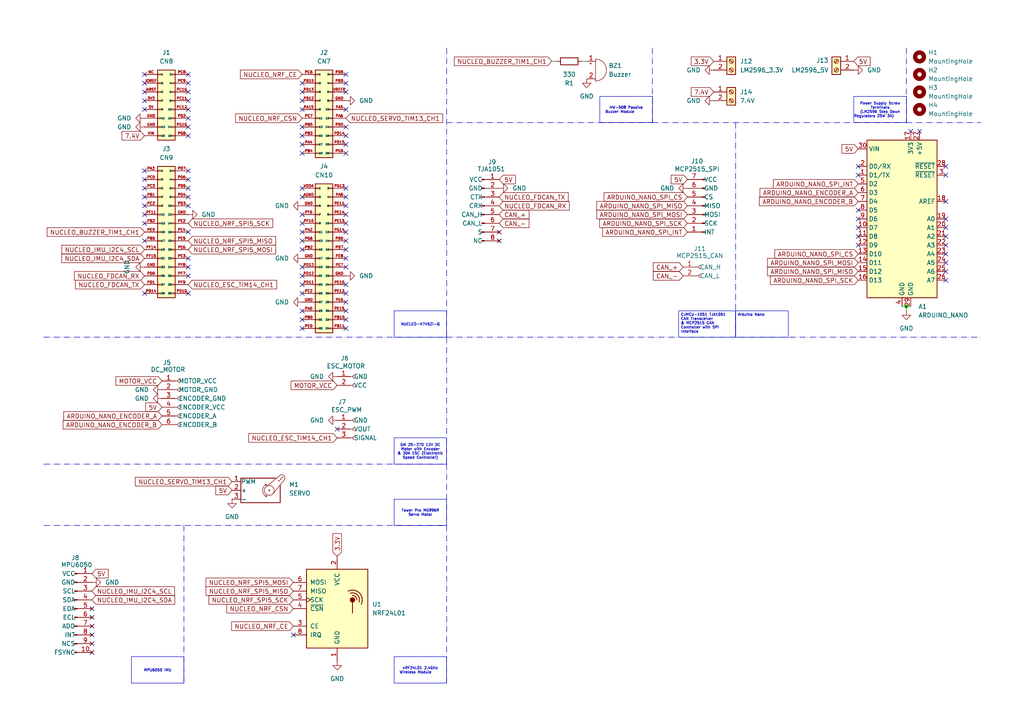
<source format=kicad_sch>
(kicad_sch (version 20231120) (generator "eeschema") (generator_version "8.0")
  (paper "A4")
  (title_block (title "John Deere Tractor Navigation System") (date "2024-12-26") (company "ITESM"))
  (lib_symbols
    (symbol "Conn_01x02_Socket_1" (pin_names (offset 1.016))
      (property "Reference" "J11" (at -2.032 5.334 0))
      (property "Value" "MCP2515_CAN" (at -7.112 3.302 0))
      (symbol "Conn_01x02_Socket_1_1_1"
        (pin output line (at -5.08 0 0) (length 3.81) (name "CAN_H") (number "1"))
        (pin output line (at -5.08 -2.54 0) (length 3.81) (name "CAN_L") (number "2"))
      )
    )
    (symbol "Conn_01x03_Socket_1" (pin_names (offset 1.016))
      (property "Reference" "J7" (at -4.826 7.874 0))
      (property "Value" "ESC_PWM" (at -6.858 5.588 0))
      (symbol "Conn_01x03_Socket_1_1_1"
        (pin passive line (at -5.08 2.54 0) (length 3.81) (name "GND") (number "1"))
        (pin power_in line (at -5.08 0 0) (length 3.81) (name "VOUT") (number "2"))
        (pin output line (at -5.08 -2.54 0) (length 3.81) (name "SIGNAL") (number "3"))
      )
    )
    (symbol "Connector:Conn_01x02_Socket" (pin_names (offset 1.016))
      (property "Reference" "J6" (at -4.064 5.334 0))
      (property "Value" "ESC_MOTOR" (at -8.128 3.048 0))
      (symbol "Conn_01x02_Socket_1_1"
        (pin passive line (at -5.08 0 0) (length 3.81) (name "GND") (number "1"))
        (pin power_in line (at -5.08 -2.54 0) (length 3.81) (name "VCC") (number "2"))
      )
    )
    (symbol "Connector:Conn_01x06_Socket" (pin_names (offset 1.016))
      (property "Reference" "J5" (at -4.826 10.414 0))
      (property "Value" "DC_MOTOR" (at -8.382 8.382 0))
      (symbol "Conn_01x06_Socket_1_1"
        (pin power_out line (at -5.08 5.08 0) (length 3.81) (name "MOTOR_VCC") (number "1"))
        (pin passive line (at -5.08 2.54 0) (length 3.81) (name "MOTOR_GND") (number "2"))
        (pin passive line (at -5.08 0 0) (length 3.81) (name "ENCODER_GND") (number "3"))
        (pin power_out line (at -5.08 -2.54 0) (length 3.81) (name "ENCODER_VCC") (number "4"))
        (pin input line (at -5.08 -5.08 0) (length 3.81) (name "ENCODER_A") (number "5"))
        (pin input line (at -5.08 -7.62 0) (length 3.81) (name "ENCODER_B") (number "6"))
      )
    )
    (symbol "Connector:Conn_01x07_Pin" (pin_names (offset 1.016))
      (property "Reference" "J10" (at 2.286 -12.954 0))
      (property "Value" "MCP2515_SPI" (at 2.286 -10.668 0))
      (symbol "Conn_01x07_Pin_1_1"
        (pin input line (at 5.08 7.62 180) (length 3.81) (name "INT") (number "1"))
        (pin input line (at 5.08 5.08 180) (length 3.81) (name "SCK") (number "2"))
        (pin output line (at 5.08 2.54 180) (length 3.81) (name "MOSI") (number "3"))
        (pin input line (at 5.08 0 180) (length 3.81) (name "MISO") (number "4"))
        (pin input line (at 5.08 -2.54 180) (length 3.81) (name "CS") (number "5"))
        (pin passive line (at 5.08 -5.08 180) (length 3.81) (name "GND") (number "6"))
        (pin power_out line (at 5.08 -7.62 180) (length 3.81) (name "VCC") (number "7"))
      )
    )
    (symbol "Connector:Conn_01x08_Pin" (pin_names (offset 1.016))
      (property "Reference" "J9" (at 3.048 12.7 0))
      (property "Value" "CJMCU-1051" (at 2.794 10.668 0))
      (symbol "Conn_01x08_Pin_1_1"
        (pin power_out line (at 5.08 7.62 180) (length 3.81) (name "VCC") (number "1"))
        (pin passive line (at 5.08 5.08 180) (length 3.81) (name "GND") (number "2"))
        (pin output line (at 5.08 2.54 180) (length 3.81) (name "CTX") (number "3"))
        (pin output line (at 5.08 0 180) (length 3.81) (name "CRX") (number "4"))
        (pin input line (at 5.08 -2.54 180) (length 3.81) (name "CAN_H") (number "5"))
        (pin input line (at 5.08 -5.08 180) (length 3.81) (name "CAN_L") (number "6"))
        (pin no_connect line (at 5.08 -7.62 180) (length 3.81) (name "S") (number "7"))
        (pin no_connect line (at 5.08 -10.16 180) (length 3.81) (name "NC") (number "8"))
      )
    )
    (symbol "Connector:Conn_01x10_Pin" (pin_names (offset 1.016))
      (property "Reference" "J8" (at 0.254 14.732 0))
      (property "Value" "MPU6050" (at 0.635 12.7 0))
      (symbol "Conn_01x10_Pin_1_1"
        (pin power_out line (at 5.08 10.16 180) (length 3.81) (name "VCC") (number "1"))
        (pin no_connect line (at 5.08 -12.7 180) (length 3.81) (name "FSYNC") (number "10"))
        (pin passive line (at 5.08 7.62 180) (length 3.81) (name "GND") (number "2"))
        (pin output line (at 5.08 5.08 180) (length 3.81) (name "SCL") (number "3"))
        (pin output line (at 5.08 2.54 180) (length 3.81) (name "SDA") (number "4"))
        (pin no_connect line (at 5.08 0 180) (length 3.81) (name "EDA") (number "5"))
        (pin no_connect line (at 5.08 -2.54 180) (length 3.81) (name "ECL") (number "6"))
        (pin no_connect line (at 5.08 -5.08 180) (length 3.81) (name "ADO") (number "7"))
        (pin no_connect line (at 5.08 -7.62 180) (length 3.81) (name "INT") (number "8"))
        (pin no_connect line (at 5.08 -10.16 180) (length 3.81) (name "NCS") (number "9"))
      )
    )
    (symbol "Connector:Screw_Terminal_01x02" (pin_names (offset 1.016) hide)
      (property "Reference" "J13" (at 4.064 0.254 0))
      (property "Value" "LM2596_5V" (at 7.62 -2.54 0))
      (symbol "Screw_Terminal_01x02_1_1"
        (pin power_out line (at -5.08 0 0) (length 3.81) (name "Pin_1") (number "1"))
        (pin passive line (at -5.08 -2.54 0) (length 3.81) (name "Pin_2") (number "2"))
      )
    )
    (symbol "Connector_Generic:Conn_02x08_Row_Letter_First" (pin_names (offset 1.016))
      (property "Reference" "J1" (at 1.27 13.97 0))
      (property "Value" "CN8" (at 1.27 11.43 0))
      (symbol "Conn_02x08_Row_Letter_First_1_1"
        (pin power_out line (at -5.08 0 0) (length 3.81) (name "7") (number "3V3"))
        (pin power_out line (at -5.08 -2.54 0) (length 3.81) (name "9") (number "5V"))
        (pin passive line (at -5.08 -5.08 0) (length 3.81) (name "11") (number "GND"))
        (pin passive line (at -5.08 -7.62 0) (length 3.81) (name "13") (number "GND"))
        (pin passive line (at -5.08 5.08 0) (length 3.81) (name "3") (number "IOREF"))
        (pin passive line (at -5.08 7.62 0) (length 3.81) (name "1") (number "NC"))
        (pin passive line (at -5.08 2.54 0) (length 3.81) (name "5") (number "NRST"))
        (pin passive line (at 7.62 2.54 180) (length 3.81) (name "6") (number "PC10"))
        (pin passive line (at 7.62 0 180) (length 3.81) (name "8") (number "PC11"))
        (pin passive line (at 7.62 -2.54 180) (length 3.81) (name "10") (number "PC12"))
        (pin passive line (at 7.62 7.62 180) (length 3.81) (name "2") (number "PC8"))
        (pin passive line (at 7.62 5.08 180) (length 3.81) (name "4") (number "PC9"))
        (pin passive line (at 7.62 -5.08 180) (length 3.81) (name "12") (number "PD2"))
        (pin passive line (at 7.62 -7.62 180) (length 3.81) (name "14") (number "PG10"))
        (pin passive line (at 7.62 -10.16 180) (length 3.81) (name "16") (number "PG8"))
        (pin power_in line (at -5.08 -10.16 0) (length 3.81) (name "15") (number "VIN"))
      )
    )
    (symbol "Connector_Generic:Conn_02x10_Row_Letter_First" (pin_names (offset 1.016))
      (property "Reference" "J2" (at 1.27 16.51 0))
      (property "Value" "CN7" (at 1.27 13.97 0))
      (symbol "Conn_02x10_Row_Letter_First_1_1"
        (pin passive line (at 7.62 2.54 180) (length 3.81) (name "8") (number "GND"))
        (pin passive line (at -5.08 0 0) (length 3.81) (name "9") (number "PA15"))
        (pin passive line (at -5.08 -10.16 0) (length 3.81) (name "17") (number "PA4"))
        (pin passive line (at 7.62 0 180) (length 3.81) (name "10") (number "PA5"))
        (pin passive line (at 7.62 -2.54 180) (length 3.81) (name "12") (number "PA6"))
        (pin passive line (at -5.08 2.54 0) (length 3.81) (name "7") (number "PB12"))
        (pin passive line (at -5.08 5.08 0) (length 3.81) (name "5") (number "PB13"))
        (pin passive line (at -5.08 7.62 0) (length 3.81) (name "3") (number "PB15"))
        (pin passive line (at -5.08 -7.62 0) (length 3.81) (name "15") (number "PB3"))
        (pin passive line (at -5.08 -12.7 0) (length 3.81) (name "19") (number "PB4"))
        (pin passive line (at -5.08 -5.08 0) (length 3.81) (name "13") (number "PB5"))
        (pin passive line (at 7.62 -5.08 180) (length 3.81) (name "14") (number "PB5"))
        (pin passive line (at 7.62 10.16 180) (length 3.81) (name "2") (number "PB8"))
        (pin passive line (at 7.62 7.62 180) (length 3.81) (name "4") (number "PB9"))
        (pin passive line (at -5.08 10.16 0) (length 3.81) (name "1") (number "PC6"))
        (pin passive line (at -5.08 -2.54 0) (length 3.81) (name "11") (number "PC7"))
        (pin passive line (at 7.62 -7.62 180) (length 3.81) (name "16") (number "PD14"))
        (pin passive line (at 7.62 -10.16 180) (length 3.81) (name "18") (number "PD15"))
        (pin passive line (at 7.62 -12.7 180) (length 3.81) (name "20") (number "PG9"))
        (pin passive line (at 7.62 5.08 180) (length 3.81) (name "6") (number "VREFP"))
      )
    )
    (symbol "Connector_Generic:Conn_02x15_Row_Letter_First" (pin_names (offset 1.016))
      (property "Reference" "J3" (at 1.27 24.13 0))
      (property "Value" "CN9" (at 1.27 21.59 0))
      (symbol "Conn_02x15_Row_Letter_First_1_1"
        (pin passive line (at 7.62 5.08 180) (length 3.81) (name "12") (number "GND"))
        (pin passive line (at -5.08 -10.16 0) (length 3.81) (name "23") (number "GND"))
        (pin passive line (at -5.08 17.78 0) (length 3.81) (name "1") (number "PA3"))
        (pin passive line (at -5.08 10.16 0) (length 3.81) (name "7") (number "PB1"))
        (pin passive line (at -5.08 -17.78 0) (length 3.81) (name "29") (number "PB14"))
        (pin passive line (at -5.08 2.54 0) (length 3.81) (name "13") (number "PB2"))
        (pin passive line (at -5.08 -2.54 0) (length 3.81) (name "17") (number "PB5"))
        (pin passive line (at -5.08 15.24 0) (length 3.81) (name "3") (number "PC0"))
        (pin passive line (at -5.08 7.62 0) (length 3.81) (name "9") (number "PC2"))
        (pin passive line (at -5.08 12.7 0) (length 3.81) (name "5") (number "PC3"))
        (pin passive line (at -5.08 -12.7 0) (length 3.81) (name "25") (number "PD0"))
        (pin passive line (at -5.08 -15.24 0) (length 3.81) (name "27") (number "PD1"))
        (pin passive line (at 7.62 -17.78 180) (length 3.81) (name "30") (number "PD10"))
        (pin passive line (at 7.62 7.62 180) (length 3.81) (name "10") (number "PD3"))
        (pin passive line (at 7.62 10.16 180) (length 3.81) (name "8") (number "PD4"))
        (pin passive line (at 7.62 12.7 180) (length 3.81) (name "6") (number "PD5"))
        (pin passive line (at 7.62 15.24 180) (length 3.81) (name "4") (number "PD6"))
        (pin passive line (at 7.62 17.78 180) (length 3.81) (name "2") (number "PD7"))
        (pin passive line (at 7.62 2.54 180) (length 3.81) (name "14") (number "PE2"))
        (pin passive line (at 7.62 -7.62 180) (length 3.81) (name "22") (number "PE3"))
        (pin passive line (at 7.62 0 180) (length 3.81) (name "16") (number "PE4"))
        (pin passive line (at 7.62 -2.54 180) (length 3.81) (name "18") (number "PE5"))
        (pin passive line (at 7.62 -5.08 180) (length 3.81) (name "20") (number "PE6"))
        (pin passive line (at -5.08 0 0) (length 3.81) (name "15") (number "PE9"))
        (pin passive line (at -5.08 5.08 0) (length 3.81) (name "11") (number "PF11"))
        (pin passive line (at -5.08 -5.08 0) (length 3.81) (name "19") (number "PF14"))
        (pin passive line (at -5.08 -7.62 0) (length 3.81) (name "21") (number "PF15"))
        (pin passive line (at 7.62 -12.7 180) (length 3.81) (name "26") (number "PF7"))
        (pin passive line (at 7.62 -10.16 180) (length 3.81) (name "24") (number "PF8"))
        (pin passive line (at 7.62 -15.24 180) (length 3.81) (name "28") (number "PF9"))
      )
    )
    (symbol "Connector_Generic:Conn_02x17_Row_Letter_First" (pin_names (offset 1.016))
      (property "Reference" "J4" (at 1.27 26.67 0))
      (property "Value" "CN10" (at 1.27 24.13 0))
      (symbol "Conn_02x17_Row_Letter_First_1_1"
        (pin passive line (at -5.08 17.78 0) (length 3.81) (name "3") (number "AGND"))
        (pin passive line (at -5.08 0 0) (length 3.81) (name "17") (number "GND"))
        (pin passive line (at 7.62 -5.08 180) (length 3.81) (name "22") (number "GND"))
        (pin passive line (at -5.08 -12.7 0) (length 3.81) (name "27") (number "GND"))
        (pin passive line (at -5.08 15.24 0) (length 3.81) (name "5") (number "GND"))
        (pin passive line (at -5.08 -15.24 0) (length 3.81) (name "29") (number "PA0"))
        (pin passive line (at -5.08 7.62 0) (length 3.81) (name "11") (number "PA2"))
        (pin passive line (at 7.62 17.78 180) (length 3.81) (name "4") (number "PA8"))
        (pin passive line (at -5.08 -17.78 0) (length 3.81) (name "31") (number "PB0"))
        (pin passive line (at 7.62 -17.78 180) (length 3.81) (name "32") (number "PB10"))
        (pin passive line (at 7.62 -20.32 180) (length 3.81) (name "34") (number "PB11"))
        (pin passive line (at -5.08 2.54 0) (length 3.81) (name "15") (number "PB2"))
        (pin passive line (at 7.62 5.08 180) (length 3.81) (name "14") (number "PB6"))
        (pin passive line (at 7.62 2.54 180) (length 3.81) (name "16") (number "PB7"))
        (pin passive line (at -5.08 -7.62 0) (length 3.81) (name "23") (number "PD11"))
        (pin passive line (at -5.08 -5.08 0) (length 3.81) (name "21") (number "PD12"))
        (pin passive line (at -5.08 -2.54 0) (length 3.81) (name "19") (number "PD13"))
        (pin passive line (at -5.08 -20.32 0) (length 3.81) (name "33") (number "PE0"))
        (pin passive line (at 7.62 -7.62 180) (length 3.81) (name "24") (number "PE10"))
        (pin passive line (at 7.62 15.24 180) (length 3.81) (name "6") (number "PE11"))
        (pin passive line (at 7.62 -10.16 180) (length 3.81) (name "26") (number "PE12"))
        (pin passive line (at 7.62 10.16 180) (length 3.81) (name "10") (number "PE13"))
        (pin passive line (at 7.62 12.7 180) (length 3.81) (name "8") (number "PE14"))
        (pin passive line (at 7.62 -15.24 180) (length 3.81) (name "30") (number "PE15"))
        (pin passive line (at -5.08 -10.16 0) (length 3.81) (name "25") (number "PE2"))
        (pin passive line (at 7.62 -12.7 180) (length 3.81) (name "28") (number "PE6"))
        (pin passive line (at 7.62 -2.54 180) (length 3.81) (name "20") (number "PE7"))
        (pin passive line (at 7.62 0 180) (length 3.81) (name "18") (number "PE8"))
        (pin passive line (at -5.08 10.16 0) (length 3.81) (name "9") (number "PF10"))
        (pin passive line (at -5.08 12.7 0) (length 3.81) (name "7") (number "PF6"))
        (pin passive line (at 7.62 20.32 180) (length 3.81) (name "2") (number "PG12"))
        (pin passive line (at 7.62 7.62 180) (length 3.81) (name "12") (number "PG14"))
        (pin passive line (at -5.08 5.08 0) (length 3.81) (name "13") (number "PG6"))
        (pin passive line (at -5.08 20.32 0) (length 3.81) (name "1") (number "VDDA"))
      )
    )
    (symbol "Device:Buzzer" (pin_names (offset 0.0254) hide)
      (property "Reference" "BZ1" (at 3.81 1.2701 0))
      (property "Value" "Buzzer" (at 3.81 -1.2699 0))
      (symbol "Buzzer_1_1"
        (pin input line (at -2.54 2.54 0) (length 2.54) (name "+") (number "1"))
        (pin passive line (at -2.54 -2.54 0) (length 2.54) (name "-") (number "2"))
      )
    )
    (symbol "Device:R" (pin_numbers hide) (pin_names (offset 0))
      (property "Reference" "R" (at 2.032 0 90))
      (property "Value" "R" (at 0 0 90))
      (symbol "R_1_1"
        (pin passive line (at 0 3.81 270) (length 1.27) (name "~") (number "1"))
        (pin passive line (at 0 -3.81 90) (length 1.27) (name "~") (number "2"))
      )
    )
    (symbol "MCU_Module:Arduino_Nano_v3.x"
      (property "Reference" "A1" (at 4.7341 -25.4 0))
      (property "Value" "ARDUINO_NANO" (at 4.7341 -27.94 0))
      (symbol "Arduino_Nano_v3.x_1_1"
        (pin bidirectional line (at -12.7 12.7 0) (length 2.54) (name "D1/TX") (number "1"))
        (pin bidirectional line (at -12.7 -2.54 0) (length 2.54) (name "D7") (number "10"))
        (pin bidirectional line (at -12.7 -5.08 0) (length 2.54) (name "D8") (number "11"))
        (pin bidirectional line (at -12.7 -7.62 0) (length 2.54) (name "D9") (number "12"))
        (pin bidirectional line (at -12.7 -10.16 0) (length 2.54) (name "D10") (number "13"))
        (pin bidirectional line (at -12.7 -12.7 0) (length 2.54) (name "D11") (number "14"))
        (pin bidirectional line (at -12.7 -15.24 0) (length 2.54) (name "D12") (number "15"))
        (pin bidirectional line (at -12.7 -17.78 0) (length 2.54) (name "D13") (number "16"))
        (pin power_out line (at 2.54 25.4 270) (length 2.54) (name "3V3") (number "17"))
        (pin input line (at 12.7 5.08 180) (length 2.54) (name "AREF") (number "18"))
        (pin bidirectional line (at 12.7 0 180) (length 2.54) (name "A0") (number "19"))
        (pin bidirectional line (at -12.7 15.24 0) (length 2.54) (name "D0/RX") (number "2"))
        (pin bidirectional line (at 12.7 -2.54 180) (length 2.54) (name "A1") (number "20"))
        (pin bidirectional line (at 12.7 -5.08 180) (length 2.54) (name "A2") (number "21"))
        (pin bidirectional line (at 12.7 -7.62 180) (length 2.54) (name "A3") (number "22"))
        (pin bidirectional line (at 12.7 -10.16 180) (length 2.54) (name "A4") (number "23"))
        (pin bidirectional line (at 12.7 -12.7 180) (length 2.54) (name "A5") (number "24"))
        (pin bidirectional line (at 12.7 -15.24 180) (length 2.54) (name "A6") (number "25"))
        (pin bidirectional line (at 12.7 -17.78 180) (length 2.54) (name "A7") (number "26"))
        (pin power_out line (at 5.08 25.4 270) (length 2.54) (name "+5V") (number "27"))
        (pin input line (at 12.7 15.24 180) (length 2.54) (name "~{RESET}") (number "28"))
        (pin power_in line (at 2.54 -25.4 90) (length 2.54) (name "GND") (number "29"))
        (pin input line (at 12.7 12.7 180) (length 2.54) (name "~{RESET}") (number "3"))
        (pin power_in line (at -12.7 20.32 0) (length 2.54) (name "VIN") (number "30"))
        (pin power_in line (at 0 -25.4 90) (length 2.54) (name "GND") (number "4"))
        (pin bidirectional line (at -12.7 10.16 0) (length 2.54) (name "D2") (number "5"))
        (pin bidirectional line (at -12.7 7.62 0) (length 2.54) (name "D3") (number "6"))
        (pin bidirectional line (at -12.7 5.08 0) (length 2.54) (name "D4") (number "7"))
        (pin bidirectional line (at -12.7 2.54 0) (length 2.54) (name "D5") (number "8"))
        (pin bidirectional line (at -12.7 0 0) (length 2.54) (name "D6") (number "9"))
      )
    )
    (symbol "Mechanical:MountingHole" (pin_names (offset 1.016)) (exclude_from_sim yes) (in_bom no)
      (property "Reference" "H" (at 0 5.08 0))
      (property "Value" "MountingHole" (at 0 3.175 0))
    )
    (symbol "Motor:Motor_Servo" (pin_names (offset 0.0254))
      (property "Reference" "M1" (at 8.89 1.7035 0))
      (property "Value" "SERVO" (at 8.89 -0.8365 0))
      (symbol "Motor_Servo_1_1"
        (pin output line (at -7.62 2.54 0) (length 2.54) (name "PWM") (number "1"))
        (pin power_out line (at -7.62 0 0) (length 2.54) (name "+") (number "2"))
        (pin passive line (at -7.62 -2.54 0) (length 2.54) (name "-") (number "3"))
      )
    )
    (symbol "MountingHole_1" (pin_names (offset 1.016)) (exclude_from_sim yes) (in_bom no)
      (property "Reference" "H" (at 0 5.08 0))
      (property "Value" "MountingHole" (at 0 3.175 0))
    )
    (symbol "RF:NRF24L01_Breakout" (pin_names (offset 1.016))
      (property "Reference" "U" (at -8.89 12.7 0))
      (property "Value" "NRF24L01_Breakout" (at 3.81 12.7 0))
      (symbol "NRF24L01_Breakout_1_1"
        (pin power_in line (at 0 -15.24 90) (length 3.81) (name "GND") (number "1"))
        (pin power_in line (at 0 15.24 270) (length 3.81) (name "VCC") (number "2"))
        (pin input line (at -12.7 -5.08 0) (length 3.81) (name "CE") (number "3"))
        (pin input line (at -12.7 0 0) (length 3.81) (name "~{CSN}") (number "4"))
        (pin input clock (at -12.7 2.54 0) (length 3.81) (name "SCK") (number "5"))
        (pin input line (at -12.7 7.62 0) (length 3.81) (name "MOSI") (number "6"))
        (pin output line (at -12.7 5.08 0) (length 3.81) (name "MISO") (number "7"))
        (pin output line (at -12.7 -7.62 0) (length 3.81) (name "IRQ") (number "8"))
      )
    )
    (symbol "Screw_Terminal_01x02_1" (pin_names (offset 1.016) hide)
      (property "Reference" "J12" (at 2.54 0.0001 0))
      (property "Value" "LM2596_3.3V" (at 2.54 -2.5399 0))
      (symbol "Screw_Terminal_01x02_1_1_1"
        (pin power_out line (at -5.08 0 0) (length 3.81) (name "Pin_1") (number "1"))
        (pin passive line (at -5.08 -2.54 0) (length 3.81) (name "Pin_2") (number "2"))
      )
    )
    (symbol "power:GND" (power) (pin_numbers hide) (pin_names (offset 0) hide)
      (property "Value" "GND" (at 0 -3.81 0))
      (symbol "GND_1_1"
        (pin power_in line (at 0 0 270) (length 0) (name "~") (number "1"))
      )
    )
  )
  (junction (at 262.89 88.9))
  (no_connect (at 100.33 85.09))
  (no_connect (at 248.92 63.5))
  (no_connect (at 100.33 95.25))
  (no_connect (at 87.63 39.37))
  (no_connect (at 87.63 29.21))
  (no_connect (at 41.91 52.07))
  (no_connect (at 87.63 69.85))
  (no_connect (at 41.91 85.09))
  (no_connect (at 248.92 50.8))
  (no_connect (at 100.33 92.71))
  (no_connect (at 54.61 67.31))
  (no_connect (at 41.91 62.23))
  (no_connect (at 274.32 48.26))
  (no_connect (at 41.91 49.53))
  (no_connect (at 100.33 90.17))
  (no_connect (at 100.33 59.69))
  (no_connect (at 54.61 74.93))
  (no_connect (at 54.61 77.47))
  (no_connect (at 85.09 184.15))
  (no_connect (at 54.61 34.29))
  (no_connect (at 144.78 67.31))
  (no_connect (at 87.63 92.71))
  (no_connect (at 54.61 24.13))
  (no_connect (at 87.63 36.83))
  (no_connect (at 97.79 124.46))
  (no_connect (at 100.33 54.61))
  (no_connect (at 100.33 87.63))
  (no_connect (at 54.61 31.75))
  (no_connect (at 274.32 63.5))
  (no_connect (at 100.33 62.23))
  (no_connect (at 100.33 77.47))
  (no_connect (at 87.63 72.39))
  (no_connect (at 274.32 76.2))
  (no_connect (at 41.91 57.15))
  (no_connect (at 274.32 58.42))
  (no_connect (at 87.63 41.91))
  (no_connect (at 87.63 24.13))
  (no_connect (at 41.91 26.67))
  (no_connect (at 87.63 77.47))
  (no_connect (at 144.78 69.85))
  (no_connect (at 41.91 29.21))
  (no_connect (at 54.61 26.67))
  (no_connect (at 100.33 67.31))
  (no_connect (at 87.63 62.23))
  (no_connect (at 100.33 21.59))
  (no_connect (at 274.32 81.28))
  (no_connect (at 100.33 72.39))
  (no_connect (at 274.32 50.8))
  (no_connect (at 54.61 59.69))
  (no_connect (at 87.63 57.15))
  (no_connect (at 87.63 95.25))
  (no_connect (at 54.61 29.21))
  (no_connect (at 87.63 67.31))
  (no_connect (at 26.67 184.15))
  (no_connect (at 274.32 71.12))
  (no_connect (at 100.33 69.85))
  (no_connect (at 54.61 39.37))
  (no_connect (at 100.33 64.77))
  (no_connect (at 266.7 38.1))
  (no_connect (at 87.63 54.61))
  (no_connect (at 87.63 64.77))
  (no_connect (at 87.63 26.67))
  (no_connect (at 41.91 69.85))
  (no_connect (at 100.33 74.93))
  (no_connect (at 248.92 60.96))
  (no_connect (at 41.91 54.61))
  (no_connect (at 54.61 57.15))
  (no_connect (at 87.63 31.75))
  (no_connect (at 87.63 90.17))
  (no_connect (at 100.33 26.67))
  (no_connect (at 54.61 54.61))
  (no_connect (at 54.61 49.53))
  (no_connect (at 54.61 85.09))
  (no_connect (at 248.92 66.04))
  (no_connect (at 264.16 38.1))
  (no_connect (at 100.33 41.91))
  (no_connect (at 26.67 186.69))
  (no_connect (at 100.33 39.37))
  (no_connect (at 87.63 80.01))
  (no_connect (at 41.91 64.77))
  (no_connect (at 26.67 176.53))
  (no_connect (at 26.67 181.61))
  (no_connect (at 100.33 44.45))
  (no_connect (at 41.91 21.59))
  (no_connect (at 54.61 52.07))
  (no_connect (at 54.61 80.01))
  (no_connect (at 26.67 179.07))
  (no_connect (at 274.32 78.74))
  (no_connect (at 41.91 31.75))
  (no_connect (at 87.63 82.55))
  (no_connect (at 248.92 48.26))
  (no_connect (at 26.67 189.23))
  (no_connect (at 100.33 57.15))
  (no_connect (at 274.32 66.04))
  (no_connect (at 87.63 85.09))
  (no_connect (at 248.92 71.12))
  (no_connect (at 248.92 68.58))
  (no_connect (at 54.61 36.83))
  (no_connect (at 87.63 44.45))
  (no_connect (at 100.33 31.75))
  (no_connect (at 100.33 36.83))
  (no_connect (at 274.32 73.66))
  (no_connect (at 100.33 24.13))
  (no_connect (at 100.33 82.55))
  (no_connect (at 41.91 59.69))
  (no_connect (at 41.91 24.13))
  (no_connect (at 274.32 68.58))
  (no_connect (at 54.61 21.59))
  (polyline (pts (xy 53.34 152.4) (xy 53.34 198.12)) (stroke (width 0) (type dash_dot)))
  (polyline (pts (xy 129.54 152.4) (xy 129.54 198.12)) (stroke (width 0) (type dash_dot)))
  (polyline (pts (xy 12.7 97.79) (xy 129.54 97.79)) (stroke (width 0) (type dash_dot)))
  (polyline (pts (xy 189.23 35.56) (xy 262.89 35.56)) (stroke (width 0) (type dash_dot)))
  (polyline (pts (xy 262.89 35.56) (xy 284.48 35.56)) (stroke (width 0) (type dash_dot)))
  (wire (pts (xy 262.89 88.9) (xy 264.16 88.9)))
  (polyline (pts (xy 129.54 134.62) (xy 129.54 152.4)) (stroke (width 0) (type dash_dot)))
  (wire (pts (xy 261.62 88.9) (xy 262.89 88.9)))
  (polyline (pts (xy 129.54 13.97) (xy 129.54 97.79)) (stroke (width 0) (type dash_dot)))
  (polyline (pts (xy 12.7 134.62) (xy 129.54 134.62)) (stroke (width 0) (type dash_dot)))
  (polyline (pts (xy 129.54 97.79) (xy 284.48 97.79)) (stroke (width 0) (type dash_dot)))
  (polyline (pts (xy 262.89 13.97) (xy 262.89 35.56)) (stroke (width 0) (type dash_dot)))
  (polyline (pts (xy 12.7 152.4) (xy 129.54 152.4)) (stroke (width 0) (type dash_dot)))
  (polyline (pts (xy 129.54 97.79) (xy 129.54 134.62)) (stroke (width 0) (type dash_dot)))
  (wire (pts (xy 262.89 88.9) (xy 262.89 90.17)))
  (polyline (pts (xy 213.36 35.56) (xy 213.36 97.79)) (stroke (width 0) (type dash_dot)))
  (wire (pts (xy 168.91 17.78) (xy 170.18 17.78)))
  (polyline (pts (xy 189.23 13.97) (xy 189.23 35.56)) (stroke (width 0) (type dash_dot)))
  (wire (pts (xy 161.29 17.78) (xy 160.02 17.78)))
  (polyline (pts (xy 129.54 35.56) (xy 189.23 35.56)) (stroke (width 0) (type dash_dot)))
  (text_box "HW-508 Passive Buzzer Module	" (at 173.99 27.94 0) (size 15.24 7.62) (fill (type color) (color 255 255 255 1)) (effects (font (size 0.762 0.762))))
  (text_box "GM 25-370 12V DC Motor with Encoder\n& 30A ESC (Electronic Speed Controller)" (at 114.3 127 0) (size 15.24 7.62) (fill (type color) (color 255 255 255 1)) (effects (font (size 0.762 0.762))))
  (text_box "Tower Pro MG996R Servo Motor" (at 114.3 144.78 0) (size 15.24 7.62) (fill (type color) (color 255 255 255 1)) (effects (font (size 0.762 0.762))))
  (text_box "nRF24L01 2.4GHz Wireless Module	" (at 114.3 190.5 0) (size 15.24 7.62) (fill (type color) (color 255 255 255 1)) (effects (font (size 0.762 0.762))))
  (text_box "MPU6050 IMU" (at 38.1 190.5 0) (size 15.24 7.62) (fill (type color) (color 255 255 255 1)) (effects (font (size 0.762 0.762))))
  (text_box "Power Supply Screw Terminals\n(LM2596 Step Down Regulators 25W 3A)	" (at 247.65 27.94 0) (size 15.24 7.62) (fill (type color) (color 255 255 255 1)) (effects (font (size 0.762 0.762))))
  (text_box "Arduino Nano" (at 213.36 90.17 0) (size 15.24 7.62) (fill (type color) (color 255 255 255 1)) (effects (font (size 0.762 0.762)) (justify left top)))
  (text_box "NUCLEO-H745ZI-Q" (at 114.3 90.17 0) (size 15.24 7.62) (fill (type color) (color 255 255 255 1)) (effects (font (size 0.762 0.762))))
  (text_box "CJMCU-1051 TJA1051 CAN Transceiver \n& MCP2515 CAN Controller with SPI Interface\n" (at 196.85 90.17 0) (size 16.51 7.62) (fill (type color) (color 255 255 255 1)) (effects (font (size 0.762 0.762)) (justify left top)))
  (global_label "3.3V" (shape input) (at 207.01 17.78 180) (property "Intersheetrefs" "${INTERSHEET_REFS}" (effects (hide yes))))
  (global_label "NUCLEO_ESC_TIM14_CH1" (shape input) (at 54.61 82.55 0) (property "Intersheetrefs" "${INTERSHEET_REFS}" (effects (hide yes))))
  (global_label "5V" (shape input) (at 144.78 52.07 0) (property "Intersheetrefs" "${INTERSHEET_REFS}" (effects (hide yes))))
  (global_label "NUCLEO_NRF_CE" (shape input) (at 87.63 21.59 180) (property "Intersheetrefs" "${INTERSHEET_REFS}" (effects (hide yes))))
  (global_label "NUCLEO_ESC_TIM14_CH1" (shape input) (at 97.79 127 180) (property "Intersheetrefs" "${INTERSHEET_REFS}" (effects (hide yes))))
  (global_label "ARDUINO_NANO_SPI_INT" (shape input) (at 248.92 53.34 180) (property "Intersheetrefs" "${INTERSHEET_REFS}" (effects (hide yes))))
  (global_label "NUCLEO_BUZZER_TIM1_CH1" (shape input) (at 160.02 17.78 180) (property "Intersheetrefs" "${INTERSHEET_REFS}" (effects (hide yes))))
  (global_label "MOTOR_VCC" (shape input) (at 97.79 111.76 180) (property "Intersheetrefs" "${INTERSHEET_REFS}" (effects (hide yes))))
  (global_label "ARDUINO_NANO_ENCODER_B" (shape input) (at 46.99 123.19 180) (property "Intersheetrefs" "${INTERSHEET_REFS}" (effects (hide yes))))
  (global_label "ARDUINO_NANO_SPI_MOSI" (shape input) (at 199.39 62.23 180) (property "Intersheetrefs" "${INTERSHEET_REFS}" (effects (hide yes))))
  (global_label "ARDUINO_NANO_SPI_INT" (shape input) (at 199.39 67.31 180) (property "Intersheetrefs" "${INTERSHEET_REFS}" (effects (hide yes))))
  (global_label "NUCLEO_NRF_SPI5_MOSI" (shape input) (at 54.61 72.39 0) (property "Intersheetrefs" "${INTERSHEET_REFS}" (effects (hide yes))))
  (global_label "3.3V" (shape input) (at 97.79 161.29 90) (property "Intersheetrefs" "${INTERSHEET_REFS}" (effects (hide yes))))
  (global_label "NUCLEO_NRF_SPI5_MISO" (shape input) (at 85.09 171.45 180) (property "Intersheetrefs" "${INTERSHEET_REFS}" (effects (hide yes))))
  (global_label "ARDUINO_NANO_ENCODER_A" (shape input) (at 46.99 120.65 180) (property "Intersheetrefs" "${INTERSHEET_REFS}" (effects (hide yes))))
  (global_label "ARDUINO_NANO_SPI_SCK" (shape input) (at 199.39 64.77 180) (property "Intersheetrefs" "${INTERSHEET_REFS}" (effects (hide yes))))
  (global_label "5V" (shape input) (at 248.92 43.18 180) (property "Intersheetrefs" "${INTERSHEET_REFS}" (effects (hide yes))))
  (global_label "NUCLEO_FDCAN_RX" (shape input) (at 144.78 59.69 0) (property "Intersheetrefs" "${INTERSHEET_REFS}" (effects (hide yes))))
  (global_label "7.4V" (shape input) (at 207.01 26.67 180) (property "Intersheetrefs" "${INTERSHEET_REFS}" (effects (hide yes))))
  (global_label "NUCLEO_NRF_SPI5_MISO" (shape input) (at 54.61 69.85 0) (property "Intersheetrefs" "${INTERSHEET_REFS}" (effects (hide yes))))
  (global_label "CAN_+" (shape input) (at 198.12 77.47 180) (property "Intersheetrefs" "${INTERSHEET_REFS}" (effects (hide yes))))
  (global_label "ARDUINO_NANO_ENCODER_B" (shape input) (at 248.92 58.42 180) (property "Intersheetrefs" "${INTERSHEET_REFS}" (effects (hide yes))))
  (global_label "NUCLEO_IMU_I2C4_SDA" (shape input) (at 26.67 173.99 0) (property "Intersheetrefs" "${INTERSHEET_REFS}" (effects (hide yes))))
  (global_label "CAN_-" (shape input) (at 144.78 64.77 0) (property "Intersheetrefs" "${INTERSHEET_REFS}" (effects (hide yes))))
  (global_label "NUCLEO_IMU_I2C4_SCL" (shape input) (at 41.91 72.39 180) (property "Intersheetrefs" "${INTERSHEET_REFS}" (effects (hide yes))))
  (global_label "NUCLEO_SERVO_TIM13_CH1" (shape input) (at 100.33 34.29 0) (property "Intersheetrefs" "${INTERSHEET_REFS}" (effects (hide yes))))
  (global_label "NUCLEO_SERVO_TIM13_CH1" (shape input) (at 67.31 139.7 180) (property "Intersheetrefs" "${INTERSHEET_REFS}" (effects (hide yes))))
  (global_label "7.4V" (shape input) (at 41.91 39.37 180) (property "Intersheetrefs" "${INTERSHEET_REFS}" (effects (hide yes))))
  (global_label "NUCLEO_NRF_SPI5_MOSI" (shape input) (at 85.09 168.91 180) (property "Intersheetrefs" "${INTERSHEET_REFS}" (effects (hide yes))))
  (global_label "NUCLEO_FDCAN_TX" (shape input) (at 41.91 82.55 180) (property "Intersheetrefs" "${INTERSHEET_REFS}" (effects (hide yes))))
  (global_label "5V" (shape input) (at 247.65 17.78 0) (property "Intersheetrefs" "${INTERSHEET_REFS}" (effects (hide yes))))
  (global_label "5V" (shape input) (at 199.39 52.07 180) (property "Intersheetrefs" "${INTERSHEET_REFS}" (effects (hide yes))))
  (global_label "NUCLEO_FDCAN_RX" (shape input) (at 41.91 80.01 180) (property "Intersheetrefs" "${INTERSHEET_REFS}" (effects (hide yes))))
  (global_label "ARDUINO_NANO_SPI_CS" (shape input) (at 248.92 73.66 180) (property "Intersheetrefs" "${INTERSHEET_REFS}" (effects (hide yes))))
  (global_label "NUCLEO_IMU_I2C4_SDA" (shape input) (at 41.91 74.93 180) (property "Intersheetrefs" "${INTERSHEET_REFS}" (effects (hide yes))))
  (global_label "ARDUINO_NANO_SPI_MISO" (shape input) (at 199.39 59.69 180) (property "Intersheetrefs" "${INTERSHEET_REFS}" (effects (hide yes))))
  (global_label "5V" (shape input) (at 26.67 166.37 0) (property "Intersheetrefs" "${INTERSHEET_REFS}" (effects (hide yes))))
  (global_label "ARDUINO_NANO_SPI_MISO" (shape input) (at 248.92 78.74 180) (property "Intersheetrefs" "${INTERSHEET_REFS}" (effects (hide yes))))
  (global_label "NUCLEO_IMU_I2C4_SCL" (shape input) (at 26.67 171.45 0) (property "Intersheetrefs" "${INTERSHEET_REFS}" (effects (hide yes))))
  (global_label "ARDUINO_NANO_SPI_SCK" (shape input) (at 248.92 81.28 180) (property "Intersheetrefs" "${INTERSHEET_REFS}" (effects (hide yes))))
  (global_label "NUCLEO_BUZZER_TIM1_CH1" (shape input) (at 41.91 67.31 180) (property "Intersheetrefs" "${INTERSHEET_REFS}" (effects (hide yes))))
  (global_label "5V" (shape input) (at 67.31 142.24 180) (property "Intersheetrefs" "${INTERSHEET_REFS}" (effects (hide yes))))
  (global_label "MOTOR_VCC" (shape input) (at 46.99 110.49 180) (property "Intersheetrefs" "${INTERSHEET_REFS}" (effects (hide yes))))
  (global_label "NUCLEO_NRF_CSN" (shape input) (at 85.09 176.53 180) (property "Intersheetrefs" "${INTERSHEET_REFS}" (effects (hide yes))))
  (global_label "NUCLEO_FDCAN_TX" (shape input) (at 144.78 57.15 0) (property "Intersheetrefs" "${INTERSHEET_REFS}" (effects (hide yes))))
  (global_label "NUCLEO_NRF_CE" (shape input) (at 85.09 181.61 180) (property "Intersheetrefs" "${INTERSHEET_REFS}" (effects (hide yes))))
  (global_label "ARDUINO_NANO_ENCODER_A" (shape input) (at 248.92 55.88 180) (property "Intersheetrefs" "${INTERSHEET_REFS}" (effects (hide yes))))
  (global_label "NUCLEO_NRF_SPI5_SCK" (shape input) (at 54.61 64.77 0) (property "Intersheetrefs" "${INTERSHEET_REFS}" (effects (hide yes))))
  (global_label "ARDUINO_NANO_SPI_MOSI" (shape input) (at 248.92 76.2 180) (property "Intersheetrefs" "${INTERSHEET_REFS}" (effects (hide yes))))
  (global_label "ARDUINO_NANO_SPI_CS" (shape input) (at 199.39 57.15 180) (property "Intersheetrefs" "${INTERSHEET_REFS}" (effects (hide yes))))
  (global_label "CAN_+" (shape input) (at 144.78 62.23 0) (property "Intersheetrefs" "${INTERSHEET_REFS}" (effects (hide yes))))
  (global_label "NUCLEO_NRF_SPI5_SCK" (shape input) (at 85.09 173.99 180) (property "Intersheetrefs" "${INTERSHEET_REFS}" (effects (hide yes))))
  (global_label "NUCLEO_NRF_CSN" (shape input) (at 87.63 34.29 180) (property "Intersheetrefs" "${INTERSHEET_REFS}" (effects (hide yes))))
  (global_label "5V" (shape input) (at 46.99 118.11 180) (property "Intersheetrefs" "${INTERSHEET_REFS}" (effects (hide yes))))
  (global_label "CAN_-" (shape input) (at 198.12 80.01 180) (property "Intersheetrefs" "${INTERSHEET_REFS}" (effects (hide yes))))
  (symbol (lib_id "power:GND") (at 46.99 115.57 270) (unit 1)
    (property "Reference" "#PWR06" (effects (hide yes)))
    (property "Value" "GND" (at 43.18 115.5699 90) (effects (justify right)))
    (property "Description" "Power symbol creates a global label with name \"GND\" , ground" (effects (hide yes)))
  )
  (symbol (lib_name "MountingHole_1") (lib_id "Mechanical:MountingHole") (at 266.7 16.51 0) (unit 1) (exclude_from_sim yes) (in_bom no)
    (property "Reference" "H1" (at 269.24 15.2399 0) (effects (justify left)))
    (property "Value" "MountingHole" (at 269.24 17.7799 0) (effects (justify left)))
    (property "Footprint" "MountingHole:MountingHole_2.1mm" (effects (hide yes)))
    (property "Description" "Mounting Hole without connection" (effects (hide yes)))
  )
  (symbol (lib_id "Motor:Motor_Servo") (at 74.93 142.24 0) (unit 1)
    (property "Reference" "M1" (at 83.82 140.5365 0) (effects (justify left)))
    (property "Value" "SERVO" (at 83.82 143.0765 0) (effects (justify left)))
    (property "Footprint" "Connector_PinHeader_2.54mm:PinHeader_1x03_P2.54mm_Vertical" (effects (hide yes)))
    (property "Datasheet" "http://forums.parallax.com/uploads/attachments/46831/74481.png" (effects (hide yes)))
    (property "Description" "Servo Motor (Futaba, HiTec, JR connector)" (effects (hide yes)))
  )
  (symbol (lib_name "Screw_Terminal_01x02_1") (lib_id "Connector:Screw_Terminal_01x02") (at 212.09 26.67 0) (unit 1)
    (property "Reference" "J14" (at 214.63 26.6699 0) (effects (justify left)))
    (property "Value" "7.4V" (at 214.63 29.2099 0) (effects (justify left)))
    (property "Footprint" "TerminalBlock_MetzConnect:TerminalBlock_MetzConnect_Type094_RT03502HBLU_1x02_P5.00mm_Horizontal" (effects (hide yes)))
    (property "Description" "Generic screw terminal, single row, 01x02, script generated (kicad-library-utils/schlib/autogen/connector/)" (effects (hide yes)))
  )
  (symbol (lib_id "Connector:Conn_01x08_Pin") (at 139.7 59.69 0) (unit 1)
    (property "Reference" "J9" (at 142.748 46.99 0))
    (property "Value" "TJA1051" (at 142.494 49.022 0))
    (property "Footprint" "Connector_PinSocket_2.54mm:PinSocket_1x08_P2.54mm_Vertical" (effects (hide yes)))
    (property "Description" "Generic connector, single row, 01x08, script generated" (effects (hide yes)))
  )
  (symbol (lib_id "Connector_Generic:Conn_02x17_Row_Letter_First") (at 92.71 74.93 0) (unit 1)
    (property "Reference" "J4" (at 93.98 48.26 0))
    (property "Value" "CN10" (at 93.98 50.8 0))
    (property "Footprint" "Connector_PinHeader_2.54mm:PinHeader_2x17_P2.54mm_Vertical" (effects (hide yes)))
    (property "Description" "Generic connector, double row, 02x17, row letter first pin numbering scheme (pin number consists of a letter for the row and a number for the pin index in this row. a1, ..., aN; b1, ..., bN), script generated (kicad-library-utils/schlib/autogen/connector/)" (effects (hide yes)))
  )
  (symbol (lib_name "Conn_01x02_Socket_1") (lib_id "Connector:Conn_01x02_Socket") (at 203.2 77.47 0) (unit 1)
    (property "Reference" "J11" (at 201.168 72.136 0) (effects (justify left)))
    (property "Value" "MCP2515_CAN" (at 196.088 74.168 0) (effects (justify left)))
    (property "Footprint" "Connector_PinHeader_2.54mm:PinHeader_1x02_P2.54mm_Vertical" (effects (hide yes)))
    (property "Description" "Generic connector, single row, 01x02, script generated" (effects (hide yes)))
  )
  (symbol (lib_id "Connector:Screw_Terminal_01x02") (at 242.57 17.78 0) (mirror y) (unit 1)
    (property "Reference" "J13" (at 238.506 17.526 0))
    (property "Value" "LM2596_5V" (at 234.95 20.32 0))
    (property "Footprint" "TerminalBlock_MetzConnect:TerminalBlock_MetzConnect_Type094_RT03502HBLU_1x02_P5.00mm_Horizontal" (effects (hide yes)))
    (property "Description" "Generic screw terminal, single row, 01x02, script generated (kicad-library-utils/schlib/autogen/connector/)" (effects (hide yes)))
  )
  (symbol (lib_id "Device:Buzzer") (at 172.72 20.32 0) (unit 1)
    (property "Reference" "BZ1" (at 176.53 19.0499 0) (effects (justify left)))
    (property "Value" "Buzzer" (at 176.53 21.5899 0) (effects (justify left)))
    (property "Footprint" "Buzzer_Beeper:Buzzer_12x9.5RM7.6" (effects (hide yes)))
    (property "Description" "Buzzer, polarized" (effects (hide yes)))
  )
  (symbol (lib_id "power:GND") (at 97.79 109.22 270) (unit 1)
    (property "Reference" "#PWR012" (effects (hide yes)))
    (property "Value" "GND" (at 93.98 109.2199 90) (effects (justify right)))
    (property "Description" "Power symbol creates a global label with name \"GND\" , ground" (effects (hide yes)))
  )
  (symbol (lib_id "power:GND") (at 67.31 144.78 0) (unit 1)
    (property "Reference" "#PWR08" (effects (hide yes)))
    (property "Value" "GND" (at 67.31 149.86 0))
    (property "Description" "Power symbol creates a global label with name \"GND\" , ground" (effects (hide yes)))
  )
  (symbol (lib_id "power:GND") (at 41.91 34.29 270) (unit 1)
    (property "Reference" "#PWR02" (effects (hide yes)))
    (property "Value" "GND" (at 38.1 34.2899 90) (effects (justify right)))
    (property "Description" "Power symbol creates a global label with name \"GND\" , ground" (effects (hide yes)))
  )
  (symbol (lib_id "Connector:Conn_01x02_Socket") (at 102.87 109.22 0) (unit 1)
    (property "Reference" "J6" (at 98.806 103.886 0) (effects (justify left)))
    (property "Value" "ESC_MOTOR" (at 94.742 106.172 0) (effects (justify left)))
    (property "Footprint" "Connector_PinHeader_2.54mm:PinHeader_1x02_P2.54mm_Vertical" (effects (hide yes)))
    (property "Description" "Generic connector, single row, 01x02, script generated" (effects (hide yes)))
  )
  (symbol (lib_id "MCU_Module:Arduino_Nano_v3.x") (at 261.62 63.5 0) (unit 1)
    (property "Reference" "A1" (at 266.3541 88.9 0) (effects (justify left)))
    (property "Value" "ARDUINO_NANO" (at 266.3541 91.44 0) (effects (justify left)))
    (property "Footprint" "Module:Arduino_Nano" (effects (hide yes)))
    (property "Datasheet" "http://www.mouser.com/pdfdocs/Gravitech_Arduino_Nano3_0.pdf" (effects (hide yes)))
    (property "Description" "Arduino Nano v3.x" (effects (hide yes)))
  )
  (symbol (lib_id "power:GND") (at 26.67 168.91 90) (unit 1)
    (property "Reference" "#PWR01" (effects (hide yes)))
    (property "Value" "GND" (at 30.48 168.9099 90) (effects (justify right)))
    (property "Description" "Power symbol creates a global label with name \"GND\" , ground" (effects (hide yes)))
  )
  (symbol (lib_id "power:GND") (at 87.63 87.63 270) (unit 1)
    (property "Reference" "#PWR011" (effects (hide yes)))
    (property "Value" "GND" (at 83.82 87.6299 90) (effects (justify right)))
    (property "Description" "Power symbol creates a global label with name \"GND\" , ground" (effects (hide yes)))
  )
  (symbol (lib_id "power:GND") (at 144.78 54.61 90) (unit 1)
    (property "Reference" "#PWR017" (effects (hide yes)))
    (property "Value" "GND" (at 148.59 54.6099 90) (effects (justify right)))
    (property "Description" "Power symbol creates a global label with name \"GND\" , ground" (effects (hide yes)))
  )
  (symbol (lib_id "Connector_Generic:Conn_02x08_Row_Letter_First") (at 46.99 29.21 0) (unit 1)
    (property "Reference" "J1" (at 48.26 15.24 0))
    (property "Value" "CN8" (at 48.26 17.78 0))
    (property "Footprint" "Connector_PinHeader_2.54mm:PinHeader_2x08_P2.54mm_Vertical" (effects (hide yes)))
    (property "Description" "Generic connector, double row, 02x08, row letter first pin numbering scheme (pin number consists of a letter for the row and a number for the pin index in this row. a1, ..., aN; b1, ..., bN), script generated (kicad-library-utils/schlib/autogen/connector/)" (effects (hide yes)))
  )
  (symbol (lib_id "power:GND") (at 54.61 62.23 90) (unit 1)
    (property "Reference" "#PWR07" (effects (hide yes)))
    (property "Value" "GND" (at 58.42 62.2299 90) (effects (justify right)))
    (property "Description" "Power symbol creates a global label with name \"GND\" , ground" (effects (hide yes)))
  )
  (symbol (lib_id "power:GND") (at 97.79 191.77 0) (unit 1)
    (property "Reference" "#PWR014" (effects (hide yes)))
    (property "Value" "GND" (at 97.79 196.85 0))
    (property "Description" "Power symbol creates a global label with name \"GND\" , ground" (effects (hide yes)))
  )
  (symbol (lib_id "power:GND") (at 100.33 29.21 90) (unit 1)
    (property "Reference" "#PWR015" (effects (hide yes)))
    (property "Value" "GND" (at 104.14 29.2099 90) (effects (justify right)))
    (property "Description" "Power symbol creates a global label with name \"GND\" , ground" (effects (hide yes)))
  )
  (symbol (lib_id "power:GND") (at 262.89 90.17 0) (unit 1)
    (property "Reference" "#PWR022" (effects (hide yes)))
    (property "Value" "GND" (at 262.89 95.25 0))
    (property "Description" "Power symbol creates a global label with name \"GND\" , ground" (effects (hide yes)))
  )
  (symbol (lib_id "Device:R") (at 165.1 17.78 90) (unit 1)
    (property "Reference" "R1" (at 165.1 24.13 90))
    (property "Value" "330" (at 165.1 21.59 90))
    (property "Footprint" "Resistor_THT:R_Axial_DIN0207_L6.3mm_D2.5mm_P7.62mm_Horizontal" (effects (hide yes)))
    (property "Description" "Resistor" (effects (hide yes)))
  )
  (symbol (lib_id "Connector_Generic:Conn_02x15_Row_Letter_First") (at 46.99 67.31 0) (unit 1)
    (property "Reference" "J3" (at 48.26 43.18 0))
    (property "Value" "CN9" (at 48.26 45.72 0))
    (property "Footprint" "Connector_PinHeader_2.54mm:PinHeader_2x15_P2.54mm_Vertical" (effects (hide yes)))
    (property "Description" "Generic connector, double row, 02x15, row letter first pin numbering scheme (pin number consists of a letter for the row and a number for the pin index in this row. a1, ..., aN; b1, ..., bN), script generated (kicad-library-utils/schlib/autogen/connector/)" (effects (hide yes)))
  )
  (symbol (lib_id "power:GND") (at 97.79 121.92 270) (unit 1)
    (property "Reference" "#PWR013" (effects (hide yes)))
    (property "Value" "GND" (at 93.98 121.9199 90) (effects (justify right)))
    (property "Description" "Power symbol creates a global label with name \"GND\" , ground" (effects (hide yes)))
  )
  (symbol (lib_id "power:GND") (at 46.99 113.03 270) (unit 1)
    (property "Reference" "#PWR05" (effects (hide yes)))
    (property "Value" "GND" (at 43.18 113.0299 90) (effects (justify right)))
    (property "Description" "Power symbol creates a global label with name \"GND\" , ground" (effects (hide yes)))
  )
  (symbol (lib_name "Screw_Terminal_01x02_1") (lib_id "Connector:Screw_Terminal_01x02") (at 212.09 17.78 0) (unit 1)
    (property "Reference" "J12" (at 214.63 17.7799 0) (effects (justify left)))
    (property "Value" "LM2596_3.3V" (at 214.63 20.3199 0) (effects (justify left)))
    (property "Footprint" "TerminalBlock_MetzConnect:TerminalBlock_MetzConnect_Type094_RT03502HBLU_1x02_P5.00mm_Horizontal" (effects (hide yes)))
    (property "Description" "Generic screw terminal, single row, 01x02, script generated (kicad-library-utils/schlib/autogen/connector/)" (effects (hide yes)))
  )
  (symbol (lib_id "Mechanical:MountingHole") (at 266.7 21.59 0) (unit 1) (exclude_from_sim yes) (in_bom no)
    (property "Reference" "H2" (at 269.24 20.3199 0) (effects (justify left)))
    (property "Value" "MountingHole" (at 269.24 22.8599 0) (effects (justify left)))
    (property "Footprint" "MountingHole:MountingHole_2.1mm" (effects (hide yes)))
    (property "Description" "Mounting Hole without connection" (effects (hide yes)))
  )
  (symbol (lib_id "power:GND") (at 207.01 29.21 270) (unit 1)
    (property "Reference" "#PWR023" (effects (hide yes)))
    (property "Value" "GND" (at 203.2 29.2099 90) (effects (justify right)))
    (property "Description" "Power symbol creates a global label with name \"GND\" , ground" (effects (hide yes)))
  )
  (symbol (lib_name "Conn_01x03_Socket_1") (lib_id "Connector:Conn_01x03_Socket") (at 102.87 124.46 0) (unit 1)
    (property "Reference" "J7" (at 98.044 116.586 0) (effects (justify left)))
    (property "Value" "ESC_PWM" (at 96.012 118.872 0) (effects (justify left)))
    (property "Footprint" "Connector_PinHeader_2.54mm:PinHeader_1x03_P2.54mm_Vertical" (effects (hide yes)))
    (property "Description" "Generic connector, single row, 01x03, script generated" (effects (hide yes)))
  )
  (symbol (lib_id "Connector:Conn_01x06_Socket") (at 52.07 115.57 0) (unit 1)
    (property "Reference" "J5" (at 47.244 105.156 0) (effects (justify left)))
    (property "Value" "DC_MOTOR" (at 43.688 107.188 0) (effects (justify left)))
    (property "Footprint" "Connector_PinHeader_2.54mm:PinHeader_1x06_P2.54mm_Vertical" (effects (hide yes)))
    (property "Description" "Generic connector, single row, 01x06, script generated" (effects (hide yes)))
  )
  (symbol (lib_id "power:GND") (at 247.65 20.32 90) (mirror x) (unit 1)
    (property "Reference" "#PWR021" (effects (hide yes)))
    (property "Value" "GND" (at 251.46 20.3199 90) (effects (justify right)))
    (property "Description" "Power symbol creates a global label with name \"GND\" , ground" (effects (hide yes)))
  )
  (symbol (lib_id "power:GND") (at 100.33 80.01 90) (unit 1)
    (property "Reference" "#PWR016" (effects (hide yes)))
    (property "Value" "GND" (at 104.14 80.0099 90) (effects (justify right)))
    (property "Description" "Power symbol creates a global label with name \"GND\" , ground" (effects (hide yes)))
  )
  (symbol (lib_id "power:GND") (at 170.18 22.86 0) (unit 1)
    (property "Reference" "#PWR018" (effects (hide yes)))
    (property "Value" "GND" (at 170.18 27.94 0))
    (property "Description" "Power symbol creates a global label with name \"GND\" , ground" (effects (hide yes)))
  )
  (symbol (lib_id "Connector:Conn_01x07_Pin") (at 204.47 59.69 180) (unit 1)
    (property "Reference" "J10" (at 202.184 46.736 0))
    (property "Value" "MCP2515_SPI" (at 202.184 49.022 0))
    (property "Footprint" "Connector_PinSocket_2.54mm:PinSocket_1x07_P2.54mm_Vertical" (effects (hide yes)))
    (property "Description" "Generic connector, single row, 01x07, script generated" (effects (hide yes)))
  )
  (symbol (lib_id "RF:NRF24L01_Breakout") (at 97.79 176.53 0) (unit 1)
    (property "Reference" "U1" (at 107.95 175.2599 0) (effects (justify left)))
    (property "Value" "NRF24L01" (at 107.95 177.7999 0) (effects (justify left)))
    (property "Footprint" "RF_Module:nRF24L01_Breakout" (effects (hide yes)))
    (property "Datasheet" "http://www.nordicsemi.com/eng/content/download/2730/34105/file/nRF24L01_Product_Specification_v2_0.pdf" (effects (hide yes)))
    (property "Description" "Ultra low power 2.4GHz RF Transceiver, Carrier PCB" (effects (hide yes)))
  )
  (symbol (lib_id "Mechanical:MountingHole") (at 266.7 31.75 0) (unit 1) (exclude_from_sim yes) (in_bom no)
    (property "Reference" "H4" (at 269.24 30.4799 0) (effects (justify left)))
    (property "Value" "MountingHole" (at 269.24 33.0199 0) (effects (justify left)))
    (property "Footprint" "MountingHole:MountingHole_2.1mm" (effects (hide yes)))
    (property "Description" "Mounting Hole without connection" (effects (hide yes)))
  )
  (symbol (lib_id "Connector:Conn_01x10_Pin") (at 21.59 176.53 0) (unit 1)
    (property "Reference" "J8" (at 21.844 161.798 0))
    (property "Value" "MPU6050" (at 22.225 163.83 0))
    (property "Footprint" "Connector_PinSocket_2.54mm:PinSocket_1x10_P2.54mm_Vertical" (effects (hide yes)))
    (property "Description" "Generic connector, single row, 01x10, script generated" (effects (hide yes)))
  )
  (symbol (lib_id "power:GND") (at 87.63 59.69 270) (unit 1)
    (property "Reference" "#PWR09" (effects (hide yes)))
    (property "Value" "GND" (at 83.82 59.6899 90) (effects (justify right)))
    (property "Description" "Power symbol creates a global label with name \"GND\" , ground" (effects (hide yes)))
  )
  (symbol (lib_id "power:GND") (at 87.63 74.93 270) (unit 1)
    (property "Reference" "#PWR010" (effects (hide yes)))
    (property "Value" "GND" (at 83.82 74.9299 90) (effects (justify right)))
    (property "Description" "Power symbol creates a global label with name \"GND\" , ground" (effects (hide yes)))
  )
  (symbol (lib_id "Mechanical:MountingHole") (at 266.7 26.67 0) (unit 1) (exclude_from_sim yes) (in_bom no)
    (property "Reference" "H3" (at 269.24 25.3999 0) (effects (justify left)))
    (property "Value" "MountingHole" (at 269.24 27.9399 0) (effects (justify left)))
    (property "Footprint" "MountingHole:MountingHole_2.1mm" (effects (hide yes)))
    (property "Description" "Mounting Hole without connection" (effects (hide yes)))
  )
  (symbol (lib_id "Connector_Generic:Conn_02x10_Row_Letter_First") (at 92.71 31.75 0) (unit 1)
    (property "Reference" "J2" (at 93.98 15.24 0))
    (property "Value" "CN7" (at 93.98 17.78 0))
    (property "Footprint" "Connector_PinHeader_2.54mm:PinHeader_2x10_P2.54mm_Vertical" (effects (hide yes)))
    (property "Description" "Generic connector, double row, 02x10, row letter first pin numbering scheme (pin number consists of a letter for the row and a number for the pin index in this row. a1, ..., aN; b1, ..., bN), script generated (kicad-library-utils/schlib/autogen/connector/)" (effects (hide yes)))
  )
  (symbol (lib_id "power:GND") (at 207.01 20.32 270) (unit 1)
    (property "Reference" "#PWR020" (effects (hide yes)))
    (property "Value" "GND" (at 203.2 20.3199 90) (effects (justify right)))
    (property "Description" "Power symbol creates a global label with name \"GND\" , ground" (effects (hide yes)))
  )
  (symbol (lib_id "power:GND") (at 199.39 54.61 270) (unit 1)
    (property "Reference" "#PWR019" (effects (hide yes)))
    (property "Value" "GND" (at 195.58 54.6099 90) (effects (justify right)))
    (property "Description" "Power symbol creates a global label with name \"GND\" , ground" (effects (hide yes)))
  )
  (symbol (lib_id "power:GND") (at 41.91 77.47 270) (unit 1)
    (property "Reference" "#PWR04" (effects (hide yes)))
    (property "Value" "GND" (at 36.83 77.47 0))
    (property "Description" "Power symbol creates a global label with name \"GND\" , ground" (effects (hide yes)))
  )
  (symbol (lib_id "power:GND") (at 41.91 36.83 270) (unit 1)
    (property "Reference" "#PWR03" (effects (hide yes)))
    (property "Value" "GND" (at 38.1 36.8299 90) (effects (justify right)))
    (property "Description" "Power symbol creates a global label with name \"GND\" , ground" (effects (hide yes)))
  )
)
</source>
